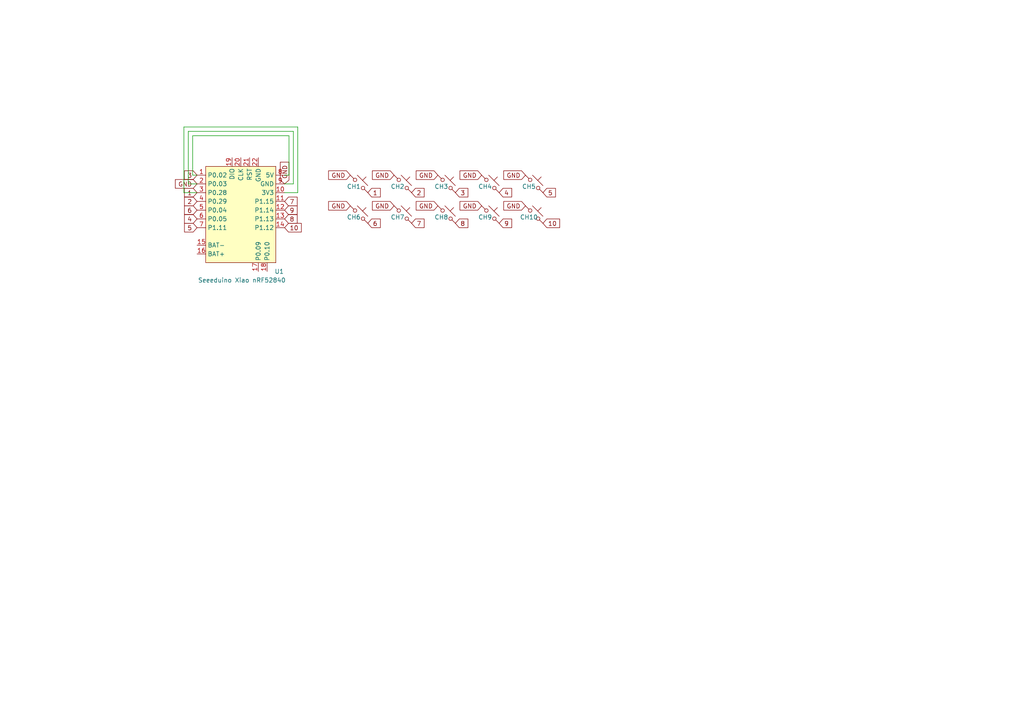
<source format=kicad_sch>
(kicad_sch (version 20250114) (generator "eeschema") (generator_version "9.0")
  (paper "A4")
  (lib_symbols
    (symbol "marbastlib-choc:choc_v1_SW_solder" (pin_numbers (hide yes)) (pin_names (offset 1.016) (hide yes))
      (property "Reference" "CH" (at 3.048 1.016 0))
      (property "Value" "choc_v1_SW_solder" (at 0 -3.81 0))
      (symbol "choc_v1_SW_solder_0_1"
        (polyline (pts (xy -2.54 2.54) (xy -1.524 1.524) (xy -1.524 1.524)))
        (circle (center -1.1684 1.1684) (radius 0.508))
        (polyline (pts (xy -0.508 2.54) (xy 2.54 -0.508)))
        (polyline (pts (xy 1.016 1.016) (xy 2.032 2.032)))
        (circle (center 1.143 -1.1938) (radius 0.508))
        (polyline (pts (xy 1.524 -1.524) (xy 2.54 -2.54) (xy 2.54 -2.54) (xy 2.54 -2.54)))
        (pin passive line (at -2.54 2.54 0) (length 0) (name "1") (number "1"))
        (pin passive line (at 2.54 -2.54 180) (length 0) (name "2") (number "2"))
      )
    )
    (symbol "marbastlib-promicroish:Seeeduino_Xiao_nRF52840" (in_bom no)
      (property "Reference" "U" (at -10.16 -12.7 0))
      (property "Value" "Seeeduino Xiao nRF52840" (at -10.16 -15.24 0))
      (symbol "Seeeduino_Xiao_nRF52840_1_0"
        (pin bidirectional line (at -12.7 13.97 0) (length 2.54) (name "P0.02") (number "1"))
        (pin bidirectional line (at -12.7 11.43 0) (length 2.54) (name "P0.03") (number "2"))
        (pin bidirectional line (at -12.7 8.89 0) (length 2.54) (name "P0.28") (number "3"))
        (pin bidirectional line (at -12.7 6.35 0) (length 2.54) (name "P0.29") (number "4"))
        (pin bidirectional line (at -12.7 3.81 0) (length 2.54) (name "P0.04") (number "5"))
        (pin bidirectional line (at -12.7 1.27 0) (length 2.54) (name "P0.05") (number "6"))
        (pin bidirectional line (at -12.7 -1.27 0) (length 2.54) (name "P1.11") (number "7"))
        (pin power_in line (at -12.7 -6.35 0) (length 2.54) (name "BAT-") (number "15"))
        (pin power_in line (at -12.7 -8.89 0) (length 2.54) (name "BAT+") (number "16"))
        (pin bidirectional line (at -2.54 19.05 270) (length 2.54) (name "DIO") (number "19"))
        (pin bidirectional line (at 0 19.05 270) (length 2.54) (name "CLK") (number "20"))
        (pin bidirectional line (at 2.54 19.05 270) (length 2.54) (name "RST") (number "21"))
        (pin power_out line (at 5.08 19.05 270) (length 2.54) (name "GND") (number "22"))
        (pin bidirectional line (at 5.08 -13.97 90) (length 2.54) (name "P0.09") (number "17"))
        (pin bidirectional line (at 7.62 -13.97 90) (length 2.54) (name "P0.10") (number "18"))
        (pin power_out line (at 12.7 13.97 180) (length 2.54) (name "5V") (number "8"))
        (pin power_out line (at 12.7 11.43 180) (length 2.54) (name "GND") (number "9"))
        (pin power_out line (at 12.7 8.89 180) (length 2.54) (name "3V3") (number "10"))
        (pin bidirectional line (at 12.7 6.35 180) (length 2.54) (name "P1.15") (number "11"))
        (pin bidirectional line (at 12.7 3.81 180) (length 2.54) (name "P1.14") (number "12"))
        (pin bidirectional line (at 12.7 1.27 180) (length 2.54) (name "P1.13") (number "13"))
        (pin bidirectional line (at 12.7 -1.27 180) (length 2.54) (name "P1.12") (number "14"))
      )
      (symbol "Seeeduino_Xiao_nRF52840_1_1"
        (rectangle (start -10.16 16.51) (end 10.16 -11.43) (fill (type background)))
      )
    )
  )
  (wire (pts (xy 53.34 36.83) (xy 86.36 36.83)))
  (wire (pts (xy 86.36 36.83) (xy 86.36 55.88)))
  (wire (pts (xy 57.15 50.8) (xy 55.88 50.8)))
  (wire (pts (xy 85.09 38.1) (xy 54.61 38.1)))
  (wire (pts (xy 54.61 38.1) (xy 54.61 53.34)))
  (wire (pts (xy 53.34 55.88) (xy 53.34 36.83)))
  (wire (pts (xy 57.15 55.88) (xy 53.34 55.88)))
  (wire (pts (xy 55.88 50.8) (xy 55.88 39.37)))
  (wire (pts (xy 54.61 53.34) (xy 57.15 53.34)))
  (wire (pts (xy 86.36 55.88) (xy 82.55 55.88)))
  (wire (pts (xy 83.82 39.37) (xy 83.82 50.8)))
  (wire (pts (xy 55.88 39.37) (xy 83.82 39.37)))
  (wire (pts (xy 82.55 50.8) (xy 83.82 50.8)))
  (wire (pts (xy 85.09 53.34) (xy 85.09 38.1)))
  (wire (pts (xy 82.55 53.34) (xy 85.09 53.34)))
  (global_label "2" (shape input) (at 119.38 55.88 0) (property "Intersheetrefs" "${INTERSHEET_REFS}" (effects (hide yes))))
  (global_label "1" (shape input) (at 57.15 55.88 180) (property "Intersheetrefs" "${INTERSHEET_REFS}" (effects (hide yes))))
  (global_label "GND" (shape input) (at 114.3 59.69 180) (property "Intersheetrefs" "${INTERSHEET_REFS}" (effects (hide yes))))
  (global_label "GND" (shape input) (at 152.4 50.8 180) (property "Intersheetrefs" "${INTERSHEET_REFS}" (effects (hide yes))))
  (global_label "10" (shape input) (at 157.48 64.77 0) (property "Intersheetrefs" "${INTERSHEET_REFS}" (effects (hide yes))))
  (global_label "3" (shape input) (at 132.08 55.88 0) (property "Intersheetrefs" "${INTERSHEET_REFS}" (effects (hide yes))))
  (global_label "6" (shape input) (at 106.68 64.77 0) (property "Intersheetrefs" "${INTERSHEET_REFS}" (effects (hide yes))))
  (global_label "GND" (shape input) (at 57.15 53.34 180) (property "Intersheetrefs" "${INTERSHEET_REFS}" (effects (hide yes))))
  (global_label "5" (shape input) (at 57.15 66.04 180) (property "Intersheetrefs" "${INTERSHEET_REFS}" (effects (hide yes))))
  (global_label "GND" (shape input) (at 114.3 50.8 180) (property "Intersheetrefs" "${INTERSHEET_REFS}" (effects (hide yes))))
  (global_label "10" (shape input) (at 82.55 66.04 0) (property "Intersheetrefs" "${INTERSHEET_REFS}" (effects (hide yes))))
  (global_label "GND" (shape input) (at 127 50.8 180) (property "Intersheetrefs" "${INTERSHEET_REFS}" (effects (hide yes))))
  (global_label "6" (shape input) (at 57.15 60.96 180) (property "Intersheetrefs" "${INTERSHEET_REFS}" (effects (hide yes))))
  (global_label "GND" (shape input) (at 101.6 59.69 180) (property "Intersheetrefs" "${INTERSHEET_REFS}" (effects (hide yes))))
  (global_label "1" (shape input) (at 106.68 55.88 0) (property "Intersheetrefs" "${INTERSHEET_REFS}" (effects (hide yes))))
  (global_label "4" (shape input) (at 144.78 55.88 0) (property "Intersheetrefs" "${INTERSHEET_REFS}" (effects (hide yes))))
  (global_label "8" (shape input) (at 82.55 63.5 0) (property "Intersheetrefs" "${INTERSHEET_REFS}" (effects (hide yes))))
  (global_label "GND" (shape input) (at 152.4 59.69 180) (property "Intersheetrefs" "${INTERSHEET_REFS}" (effects (hide yes))))
  (global_label "2" (shape input) (at 57.15 58.42 180) (property "Intersheetrefs" "${INTERSHEET_REFS}" (effects (hide yes))))
  (global_label "4" (shape input) (at 57.15 63.5 180) (property "Intersheetrefs" "${INTERSHEET_REFS}" (effects (hide yes))))
  (global_label "GND" (shape input) (at 82.55 53.34 90) (property "Intersheetrefs" "${INTERSHEET_REFS}" (effects (hide yes))))
  (global_label "9" (shape input) (at 144.78 64.77 0) (property "Intersheetrefs" "${INTERSHEET_REFS}" (effects (hide yes))))
  (global_label "9" (shape input) (at 82.55 60.96 0) (property "Intersheetrefs" "${INTERSHEET_REFS}" (effects (hide yes))))
  (global_label "GND" (shape input) (at 139.7 59.69 180) (property "Intersheetrefs" "${INTERSHEET_REFS}" (effects (hide yes))))
  (global_label "GND" (shape input) (at 127 59.69 180) (property "Intersheetrefs" "${INTERSHEET_REFS}" (effects (hide yes))))
  (global_label "8" (shape input) (at 132.08 64.77 0) (property "Intersheetrefs" "${INTERSHEET_REFS}" (effects (hide yes))))
  (global_label "GND" (shape input) (at 139.7 50.8 180) (property "Intersheetrefs" "${INTERSHEET_REFS}" (effects (hide yes))))
  (global_label "7" (shape input) (at 82.55 58.42 0) (property "Intersheetrefs" "${INTERSHEET_REFS}" (effects (hide yes))))
  (global_label "3" (shape input) (at 57.15 50.8 180) (property "Intersheetrefs" "${INTERSHEET_REFS}" (effects (hide yes))))
  (global_label "5" (shape input) (at 157.48 55.88 0) (property "Intersheetrefs" "${INTERSHEET_REFS}" (effects (hide yes))))
  (global_label "GND" (shape input) (at 101.6 50.8 180) (property "Intersheetrefs" "${INTERSHEET_REFS}" (effects (hide yes))))
  (global_label "7" (shape input) (at 119.38 64.77 0) (property "Intersheetrefs" "${INTERSHEET_REFS}" (effects (hide yes))))
  (symbol (lib_id "marbastlib-choc:choc_v1_SW_solder") (at 116.84 53.34 0) (unit 1)
    (property "Reference" "CH2" (at 115.316 54.102 0))
    (property "Value" "choc_v1_SW_solder" (effects (hide yes)))
    (property "Footprint" "marbastlib-xp-choc:SW_choc_Reversible_1u" (effects (hide yes)))
    (property "Description" "Push button switch, normally open, two pins, 45° tilted" (effects (hide yes)))
  )
  (symbol (lib_id "marbastlib-promicroish:Seeeduino_Xiao_nRF52840") (at 69.85 64.77 0) (unit 1) (in_bom no)
    (property "Reference" "U1" (at 79.6133 78.74 0) (effects (justify left)))
    (property "Value" "Seeeduino Xiao nRF52840" (at 57.404 81.28 0) (effects (justify left)))
    (property "Footprint" "marbastlib-xp-promicroish:Xiao_nRF52840_AH_Pogo_1" (effects (hide yes)))
    (property "Description" "Symbol for a Seeeduino Xiao nRF52840" (effects (hide yes)))
  )
  (symbol (lib_id "marbastlib-choc:choc_v1_SW_solder") (at 154.94 62.23 0) (unit 1)
    (property "Reference" "CH10" (at 153.416 62.992 0))
    (property "Value" "choc_v1_SW_solder" (effects (hide yes)))
    (property "Footprint" "marbastlib-xp-choc:SW_choc_Reversible_1u" (effects (hide yes)))
    (property "Description" "Push button switch, normally open, two pins, 45° tilted" (effects (hide yes)))
  )
  (symbol (lib_id "marbastlib-choc:choc_v1_SW_solder") (at 129.54 62.23 0) (unit 1)
    (property "Reference" "CH8" (at 128.016 62.992 0))
    (property "Value" "choc_v1_SW_solder" (effects (hide yes)))
    (property "Footprint" "marbastlib-xp-choc:SW_choc_Reversible_1u" (effects (hide yes)))
    (property "Description" "Push button switch, normally open, two pins, 45° tilted" (effects (hide yes)))
  )
  (symbol (lib_id "marbastlib-choc:choc_v1_SW_solder") (at 129.54 53.34 0) (unit 1)
    (property "Reference" "CH3" (at 128.016 54.102 0))
    (property "Value" "choc_v1_SW_solder" (effects (hide yes)))
    (property "Footprint" "marbastlib-xp-choc:SW_choc_Reversible_1u" (effects (hide yes)))
    (property "Description" "Push button switch, normally open, two pins, 45° tilted" (effects (hide yes)))
  )
  (symbol (lib_id "marbastlib-choc:choc_v1_SW_solder") (at 104.14 62.23 0) (unit 1)
    (property "Reference" "CH6" (at 102.616 62.992 0))
    (property "Value" "choc_v1_SW_solder" (effects (hide yes)))
    (property "Footprint" "marbastlib-xp-choc:SW_choc_Reversible_1u" (effects (hide yes)))
    (property "Description" "Push button switch, normally open, two pins, 45° tilted" (effects (hide yes)))
  )
  (symbol (lib_id "marbastlib-choc:choc_v1_SW_solder") (at 116.84 62.23 0) (unit 1)
    (property "Reference" "CH7" (at 115.316 62.992 0))
    (property "Value" "choc_v1_SW_solder" (effects (hide yes)))
    (property "Footprint" "marbastlib-xp-choc:SW_choc_Reversible_1u" (effects (hide yes)))
    (property "Description" "Push button switch, normally open, two pins, 45° tilted" (effects (hide yes)))
  )
  (symbol (lib_id "marbastlib-choc:choc_v1_SW_solder") (at 142.24 62.23 0) (unit 1)
    (property "Reference" "CH9" (at 140.716 62.992 0))
    (property "Value" "choc_v1_SW_solder" (effects (hide yes)))
    (property "Footprint" "marbastlib-xp-choc:SW_choc_Reversible_1u" (effects (hide yes)))
    (property "Description" "Push button switch, normally open, two pins, 45° tilted" (effects (hide yes)))
  )
  (symbol (lib_id "marbastlib-choc:choc_v1_SW_solder") (at 142.24 53.34 0) (unit 1)
    (property "Reference" "CH4" (at 140.716 54.102 0))
    (property "Value" "choc_v1_SW_solder" (effects (hide yes)))
    (property "Footprint" "marbastlib-xp-choc:SW_choc_Reversible_1u" (effects (hide yes)))
    (property "Description" "Push button switch, normally open, two pins, 45° tilted" (effects (hide yes)))
  )
  (symbol (lib_id "marbastlib-choc:choc_v1_SW_solder") (at 154.94 53.34 0) (unit 1)
    (property "Reference" "CH5" (at 153.416 54.102 0))
    (property "Value" "choc_v1_SW_solder" (effects (hide yes)))
    (property "Footprint" "marbastlib-xp-choc:SW_choc_Reversible_1u" (effects (hide yes)))
    (property "Description" "Push button switch, normally open, two pins, 45° tilted" (effects (hide yes)))
  )
  (symbol (lib_id "marbastlib-choc:choc_v1_SW_solder") (at 104.14 53.34 0) (unit 1)
    (property "Reference" "CH1" (at 102.616 54.102 0))
    (property "Value" "choc_v1_SW_solder" (effects (hide yes)))
    (property "Footprint" "marbastlib-xp-choc:SW_choc_Reversible_1u" (effects (hide yes)))
    (property "Description" "Push button switch, normally open, two pins, 45° tilted" (effects (hide yes)))
  )
)
</source>
